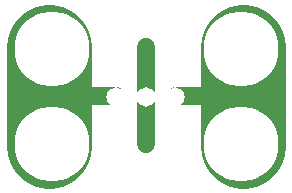
<source format=gto>
%TF.GenerationSoftware,KiCad,Pcbnew,5.0.0-fee4fd1~66~ubuntu16.04.1*%
%TF.CreationDate,2018-09-24T14:57:35-07:00*%
%TF.ProjectId,2x3-Slide-Switch-EG1218-TH,3278332D536C6964652D537769746368,v1.4*%
%TF.SameCoordinates,Original*%
%TF.FileFunction,Legend,Top*%
%TF.FilePolarity,Positive*%
%FSLAX46Y46*%
G04 Gerber Fmt 4.6, Leading zero omitted, Abs format (unit mm)*
G04 Created by KiCad (PCBNEW 5.0.0-fee4fd1~66~ubuntu16.04.1) date Mon Sep 24 14:57:35 2018*
%MOMM*%
%LPD*%
G01*
G04 APERTURE LIST*
%ADD10C,1.500000*%
%ADD11C,7.200000*%
%ADD12C,1.200000*%
%ADD13C,6.352400*%
%ADD14C,1.652400*%
G04 APERTURE END LIST*
D10*
X13497020Y-33027620D02*
X13497020Y-41219120D01*
D11*
X5359520Y-33019120D02*
X5359520Y-41419120D01*
D10*
X11020520Y-37218620D02*
X5559520Y-37218620D01*
D11*
X21759520Y-41419120D02*
X21759520Y-33019120D01*
D10*
X16037020Y-37218620D02*
X21498020Y-37218620D01*
%LPC*%
D12*
X16387233Y-33217020D02*
G75*
G03X10741120Y-33421320I-2826713J-1100D01*
G01*
X10715720Y-41193720D02*
G75*
G03X16361833Y-40989420I2826713J1100D01*
G01*
D13*
X21559520Y-33219120D03*
X5559520Y-41219120D03*
D14*
X13498920Y-37244020D03*
X10998920Y-37244020D03*
X15998920Y-37244020D03*
D13*
X21559520Y-41219120D03*
X5559520Y-33219120D03*
M02*

</source>
